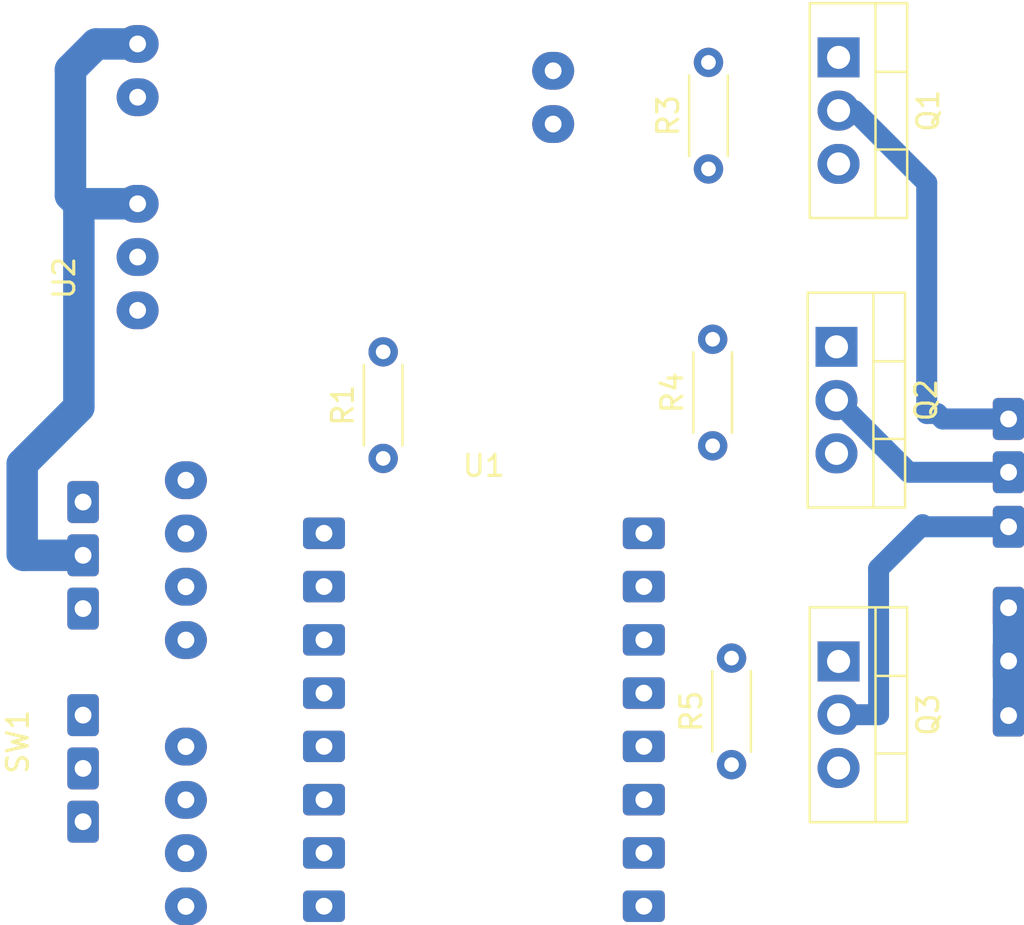
<source format=kicad_pcb>
(kicad_pcb (version 20241229) (generator "pcbnew") (generator_version "9.0")
  (layers (0 "F.Cu" signal) (2 "B.Cu" signal) (13 "F.Paste" user) (15 "B.Paste" user) (5 "F.SilkS" user "F.Silkscreen") (7 "B.SilkS" user "B.Silkscreen") (1 "F.Mask" user) (3 "B.Mask" user) (25 "Edge.Cuts" user))
  (net 0 "")
  (net 1 "Net-(J1-Pin_2)")
  (net 2 "RES")
  (net 3 "SCL")
  (net 4 "+3.3V")
  (net 5 "BL")
  (net 6 "CS")
  (net 7 "DC")
  (net 8 "SDA")
  (net 9 "NEXTKEY")
  (net 10 "Net-(Q1-B)")
  (net 11 "GNDREF")
  (net 12 "Net-(Q2-B)")
  (net 13 "Net-(Q3-B)")
  (net 14 "OUT3")
  (net 15 "Net-(U1-IO2)")
  (net 16 "LED1")
  (net 17 "LED2")
  (net 18 "LED3")
  (net 19 "SELECTKEY")
  (net 20 "PREVKEY")
  (net 21 "OUT2")
  (net 22 "OUT1")
  (footprint "Sensor:Aosong_DHT11_5.5x12.0_P2.54mm" (layer "F.Cu") (at 126.3 78.44 90)
    (property "Reference" "U2" (at -1 -3.5 90) (layer "F.SilkS"))
    (property "Value" "DHT11")
    (pad "5V" thru_hole oval (at 2.54 0 180) (size 2 1.8) (drill 0.8) (layers "*.Cu" "*.Mask"))
    (pad "5V" thru_hole oval (at 10.16 0 180) (size 2 1.8) (drill 0.8) (layers "*.Cu" "*.Mask"))
    (pad "DATA" thru_hole oval (at 0 0 180) (size 2 1.8) (drill 0.8) (layers "*.Cu" "*.Mask"))
    (pad "GDNREF" thru_hole oval (at 7.62 0 180) (size 2 1.8) (drill 0.8) (layers "*.Cu" "*.Mask") (net 11 "GNDREF"))
    (pad "GNDREF" thru_hole oval (at -2.54 0 180) (size 2 1.8) (drill 0.8) (layers "*.Cu" "*.Mask") (net 11 "GNDREF"))
  )
  (footprint "RF_Module:ESP32-C3-WROOM-02U" (layer "F.Cu") (at 142.8 96.69)
    (property "Reference" "U1" (at 0 -8.3 180) (layer "F.SilkS"))
    (property "Value" "ESP32-C3" (hide yes))
    (pad "3V3" thru_hole roundrect (at 7.62 0) (size 2 1.5) (drill 0.8) (layers "*.Cu" "*.Mask") (roundrect_rratio 0.15))
    (pad "5V" thru_hole roundrect (at 7.62 -5.08) (size 2 1.5) (drill 0.8) (layers "*.Cu" "*.Mask") (roundrect_rratio 0.15))
    (pad "GND" thru_hole roundrect (at 7.62 -2.54) (size 2 1.5) (drill 0.8) (layers "*.Cu" "*.Mask") (roundrect_rratio 0.15) (net 11 "GNDREF"))
    (pad "GPI00" thru_hole roundrect (at 7.62 12.7) (size 2 1.5) (drill 0.8) (layers "*.Cu" "*.Mask") (roundrect_rratio 0.15))
    (pad "GPI01" thru_hole roundrect (at 7.62 10.16) (size 2 1.5) (drill 0.8) (layers "*.Cu" "*.Mask") (roundrect_rratio 0.15) (net 16 "LED1"))
    (pad "GPI02" thru_hole roundrect (at 7.62 7.62) (size 2 1.5) (drill 0.8) (layers "*.Cu" "*.Mask") (roundrect_rratio 0.15))
    (pad "GPI03" thru_hole roundrect (at 7.62 5.08) (size 2 1.5) (drill 0.8) (layers "*.Cu" "*.Mask") (roundrect_rratio 0.15) (net 18 "LED3"))
    (pad "GPI04" thru_hole roundrect (at 7.62 2.54) (size 2 1.5) (drill 0.8) (layers "*.Cu" "*.Mask") (roundrect_rratio 0.15) (net 17 "LED2"))
    (pad "GPI05" thru_hole roundrect (at -7.62 -5.08) (size 2 1.5) (drill 0.8) (layers "*.Cu" "*.Mask") (roundrect_rratio 0.15))
    (pad "GPI06" thru_hole roundrect (at -7.62 -2.54) (size 2 1.5) (drill 0.8) (layers "*.Cu" "*.Mask") (roundrect_rratio 0.15) (net 19 "SELECTKEY"))
    (pad "GPI07" thru_hole roundrect (at -7.62 0) (size 2 1.5) (drill 0.8) (layers "*.Cu" "*.Mask") (roundrect_rratio 0.15))
    (pad "GPI08" thru_hole roundrect (at -7.62 2.54) (size 2 1.5) (drill 0.8) (layers "*.Cu" "*.Mask") (roundrect_rratio 0.15) (net 9 "NEXTKEY"))
    (pad "GPI09" thru_hole roundrect (at -7.62 5.08) (size 2 1.5) (drill 0.8) (layers "*.Cu" "*.Mask") (roundrect_rratio 0.15) (net 20 "PREVKEY"))
    (pad "GPI010" thru_hole roundrect (at -7.62 7.62) (size 2 1.5) (drill 0.8) (layers "*.Cu" "*.Mask") (roundrect_rratio 0.15))
    (pad "GPI020" thru_hole roundrect (at -7.62 10.16) (size 2 1.5) (drill 0.8) (layers "*.Cu" "*.Mask") (roundrect_rratio 0.15))
    (pad "GPI021" thru_hole roundrect (at -7.62 12.7) (size 2 1.5) (drill 0.8) (layers "*.Cu" "*.Mask") (roundrect_rratio 0.15))
  )
  (footprint "Resistor_THT:R_Axial_DIN0204_L3.6mm_D1.6mm_P5.08mm_Horizontal" (layer "F.Cu") (at 153.5 74.24 90)
    (property "Reference" "R3" (at 2.54 -1.92 90) (layer "F.SilkS"))
    (property "Value" "220")
    (fp_line (start 0.62 -0.92) (end 4.46 -0.92) (stroke (width 0.12)) (layer "F.SilkS"))
    (fp_line (start 0.62 0.92) (end 4.46 0.92) (stroke (width 0.12)) (layer "F.SilkS"))
    (pad "1" thru_hole circle (at 0 0 90) (size 1.4 1.4) (drill 0.7) (layers "*.Cu" "*.Mask") (net 16 "LED1"))
    (pad "2" thru_hole oval (at 5.08 0 90) (size 1.4 1.4) (drill 0.7) (layers "*.Cu" "*.Mask") (net 10 "Net-(Q1-B)"))
  )
  (footprint "Button_Switch_THT:SW_DIP_SPSTx02_Piano_10.8x6.64mm_W7.62mm_P2.54mm" (layer "F.Cu") (at 123.7 105.36 90)
    (property "Reference" "SW1" (at 3.81 -3.11 90) (layer "F.SilkS"))
    (property "Value" "~" (hide yes))
    (pad "GNDREF" thru_hole roundrect (at 10.16 0 90) (size 2 1.5) (drill 0.8) (layers "*.Cu" "*.Mask") (roundrect_rratio 0.15) (net 11 "GNDREF"))
    (pad "GNDREF" thru_hole roundrect (at 12.7 0 90) (size 2 1.5) (drill 0.8) (layers "*.Cu" "*.Mask") (roundrect_rratio 0.15))
    (pad "GNDREF" thru_hole roundrect (at 15.24 0 90) (size 2 1.5) (drill 0.8) (layers "*.Cu" "*.Mask") (roundrect_rratio 0.15) (net 11 "GNDREF"))
    (pad "SW1" thru_hole roundrect (at 0 0 90) (size 2 1.5) (drill 0.8) (layers "*.Cu" "*.Mask") (roundrect_rratio 0.15) (net 19 "SELECTKEY"))
    (pad "SW2" thru_hole roundrect (at 2.54 0 90) (size 2 1.5) (drill 0.8) (layers "*.Cu" "*.Mask") (roundrect_rratio 0.15) (net 20 "PREVKEY"))
    (pad "SW3" thru_hole roundrect (at 5.08 0 90) (size 2 1.5) (drill 0.8) (layers "*.Cu" "*.Mask") (roundrect_rratio 0.15) (net 9 "NEXTKEY"))
  )
  (footprint "" (layer "F.Cu") (at 167.8 97.7)
    (property "Reference" "" (at 0 0 0) (layer "F.SilkS") (effects (font (size 1.27 1.27))))
    (property "Value" "")
    (pad "LED2" thru_hole roundrect (at 0 0 90) (size 2 1.5) (drill 0.8) (layers "*.Cu" "*.Mask") (roundrect_rratio 0.15) (net 4 "+3.3V"))
  )
  (footprint "" (layer "F.Cu") (at 167.8 95.16)
    (property "Reference" "" (at 0 0 0) (layer "F.SilkS") (effects (font (size 1.27 1.27))))
    (property "Value" "")
    (pad "LED1" thru_hole roundrect (at 0 0 90) (size 2 1.5) (drill 0.8) (layers "*.Cu" "*.Mask") (roundrect_rratio 0.15) (net 4 "+3.3V"))
  )
  (footprint "Resistor_THT:R_Axial_DIN0204_L3.6mm_D1.6mm_P5.08mm_Horizontal" (layer "F.Cu") (at 154.6 102.64 90)
    (property "Reference" "R5" (at 2.54 -1.92 90) (layer "F.SilkS"))
    (property "Value" "220")
    (fp_line (start 0.62 -0.92) (end 4.46 -0.92) (stroke (width 0.12)) (layer "F.SilkS"))
    (fp_line (start 0.62 0.92) (end 4.46 0.92) (stroke (width 0.12)) (layer "F.SilkS"))
    (pad "1" thru_hole circle (at 0 0 90) (size 1.4 1.4) (drill 0.7) (layers "*.Cu" "*.Mask") (net 18 "LED3"))
    (pad "2" thru_hole oval (at 5.08 0 90) (size 1.4 1.4) (drill 0.7) (layers "*.Cu" "*.Mask") (net 13 "Net-(Q3-B)"))
  )
  (footprint "" (layer "F.Cu") (at 167.8 100.3)
    (property "Reference" "" (at 0 0 0) (layer "F.SilkS") (effects (font (size 1.27 1.27))))
    (property "Value" "")
    (pad "LED3" thru_hole roundrect (at 0 0 90) (size 2 1.5) (drill 0.8) (layers "*.Cu" "*.Mask") (roundrect_rratio 0.15) (net 4 "+3.3V"))
  )
  (footprint "Package_TO_SOT_THT:TO-220-3_Vertical" (layer "F.Cu") (at 159.7 97.72 -90)
    (property "Reference" "Q3" (at 2.54 -4.27 90) (layer "F.SilkS"))
    (property "Value" "TIP120")
    (fp_line (start -2.58 1.371) (end 7.66 1.371) (stroke (width 0.12)) (layer "F.SilkS"))
    (fp_line (start -2.58 -1.76) (end 7.66 -1.76) (stroke (width 0.12)) (layer "F.SilkS"))
    (fp_line (start -2.58 -3.27) (end -2.58 1.371) (stroke (width 0.12)) (layer "F.SilkS"))
    (fp_line (start -2.58 -3.27) (end 7.66 -3.27) (stroke (width 0.12)) (layer "F.SilkS"))
    (fp_line (start 0.69 -3.27) (end 0.69 -1.76) (stroke (width 0.12)) (layer "F.SilkS"))
    (fp_line (start 4.391 -3.27) (end 4.391 -1.76) (stroke (width 0.12)) (layer "F.SilkS"))
    (fp_line (start 7.66 -3.27) (end 7.66 1.371) (stroke (width 0.12)) (layer "F.SilkS"))
    (pad "1" thru_hole rect (at 0 0 270) (size 1.905 2) (drill 1.1) (layers "*.Cu" "*.Mask") (net 13 "Net-(Q3-B)"))
    (pad "2" thru_hole oval (at 2.54 0 270) (size 1.905 2) (drill 1.1) (layers "*.Cu" "*.Mask") (net 14 "OUT3"))
    (pad "3" thru_hole oval (at 5.08 0 270) (size 1.905 2) (drill 1.1) (layers "*.Cu" "*.Mask") (net 11 "GNDREF"))
  )
  (footprint "Package_TO_SOT_THT:TO-220-3_Vertical" (layer "F.Cu") (at 159.6 82.72 -90)
    (property "Reference" "Q2" (at 2.54 -4.27 90) (layer "F.SilkS"))
    (property "Value" "TIP120")
    (fp_line (start -2.58 1.371) (end 7.66 1.371) (stroke (width 0.12)) (layer "F.SilkS"))
    (fp_line (start -2.58 -1.76) (end 7.66 -1.76) (stroke (width 0.12)) (layer "F.SilkS"))
    (fp_line (start -2.58 -3.27) (end -2.58 1.371) (stroke (width 0.12)) (layer "F.SilkS"))
    (fp_line (start -2.58 -3.27) (end 7.66 -3.27) (stroke (width 0.12)) (layer "F.SilkS"))
    (fp_line (start 0.69 -3.27) (end 0.69 -1.76) (stroke (width 0.12)) (layer "F.SilkS"))
    (fp_line (start 4.391 -3.27) (end 4.391 -1.76) (stroke (width 0.12)) (layer "F.SilkS"))
    (fp_line (start 7.66 -3.27) (end 7.66 1.371) (stroke (width 0.12)) (layer "F.SilkS"))
    (pad "1" thru_hole rect (at 0 0 270) (size 1.905 2) (drill 1.1) (layers "*.Cu" "*.Mask") (net 12 "Net-(Q2-B)"))
    (pad "2" thru_hole oval (at 2.54 0 270) (size 1.905 2) (drill 1.1) (layers "*.Cu" "*.Mask") (net 21 "OUT2"))
    (pad "3" thru_hole oval (at 5.08 0 270) (size 1.905 2) (drill 1.1) (layers "*.Cu" "*.Mask") (net 11 "GNDREF"))
  )
  (footprint "Resistor_THT:R_Axial_DIN0204_L3.6mm_D1.6mm_P5.08mm_Horizontal" (layer "F.Cu") (at 153.7 87.44 90)
    (property "Reference" "R4" (at 2.54 -1.92 90) (layer "F.SilkS"))
    (property "Value" "220")
    (fp_line (start 0.62 -0.92) (end 4.46 -0.92) (stroke (width 0.12)) (layer "F.SilkS"))
    (fp_line (start 0.62 0.92) (end 4.46 0.92) (stroke (width 0.12)) (layer "F.SilkS"))
    (pad "1" thru_hole circle (at 0 0 90) (size 1.4 1.4) (drill 0.7) (layers "*.Cu" "*.Mask") (net 17 "LED2"))
    (pad "2" thru_hole oval (at 5.08 0 90) (size 1.4 1.4) (drill 0.7) (layers "*.Cu" "*.Mask") (net 12 "Net-(Q2-B)"))
  )
  (footprint "" (layer "F.Cu") (at 167.8 91.3)
    (property "Reference" "" (at 0 0 0) (layer "F.SilkS") (effects (font (size 1.27 1.27))))
    (property "Value" "")
    (pad "LED3" thru_hole roundrect (at 0 0 90) (size 2 1.5) (drill 0.8) (layers "*.Cu" "*.Mask") (roundrect_rratio 0.15) (net 14 "OUT3"))
  )
  (footprint "" (layer "F.Cu") (at 146.1 72.1 180)
    (property "Reference" "" (at 0 0 0) (layer "F.SilkS") (effects (font (size 1.27 1.27))))
    (property "Value" "")
    (pad "PHOTO" thru_hole oval (at 0 0) (size 2 1.8) (drill 0.8) (layers "*.Cu" "*.Mask") (net 1 "Net-(J1-Pin_2)"))
  )
  (footprint "Sensor:Aosong_DHT11_5.5x12.0_P2.54mm" (layer "F.Cu") (at 128.6 101.78 90)
    (property "Reference" "REF**" (hide yes))
    (property "Value" "Aosong_DHT11_5.5x12.0_P2.54mm" (hide yes))
    (pad "1" thru_hole oval (at -7.62 0 180) (size 2 1.8) (drill 0.8) (layers "*.Cu" "*.Mask") (net 5 "BL"))
    (pad "2" thru_hole oval (at -5.08 0 180) (size 2 1.8) (drill 0.8) (layers "*.Cu" "*.Mask") (net 5 "BL"))
    (pad "3" thru_hole oval (at -2.54 0 180) (size 2 1.8) (drill 0.8) (layers "*.Cu" "*.Mask") (net 6 "CS"))
    (pad "4" thru_hole oval (at 0 0 180) (size 2 1.8) (drill 0.8) (layers "*.Cu" "*.Mask") (net 7 "DC"))
    (pad "5" thru_hole oval (at 5.08 0 180) (size 2 1.8) (drill 0.8) (layers "*.Cu" "*.Mask") (net 2 "RES"))
    (pad "6" thru_hole oval (at 7.62 0 180) (size 2 1.8) (drill 0.8) (layers "*.Cu" "*.Mask") (net 8 "SDA"))
    (pad "7" thru_hole oval (at 10.16 0 180) (size 2 1.8) (drill 0.8) (layers "*.Cu" "*.Mask") (net 3 "SCL"))
    (pad "8" thru_hole oval (at 12.7 0 180) (size 2 1.8) (drill 0.8) (layers "*.Cu" "*.Mask") (net 4 "+3.3V"))
  )
  (footprint "" (layer "F.Cu") (at 146.1 69.56 180)
    (property "Reference" "" (at 0 0 0) (layer "F.SilkS") (effects (font (size 1.27 1.27))))
    (property "Value" "")
    (pad "GND" thru_hole oval (at 0 0) (size 2 1.8) (drill 0.8) (layers "*.Cu" "*.Mask") (net 5 "BL"))
  )
  (footprint "Package_TO_SOT_THT:TO-220-3_Vertical" (layer "F.Cu") (at 159.7 68.92 -90)
    (property "Reference" "Q1" (at 2.54 -4.27 90) (layer "F.SilkS"))
    (property "Value" "TIP120")
    (fp_line (start -2.58 1.371) (end 7.66 1.371) (stroke (width 0.12)) (layer "F.SilkS"))
    (fp_line (start -2.58 -1.76) (end 7.66 -1.76) (stroke (width 0.12)) (layer "F.SilkS"))
    (fp_line (start -2.58 -3.27) (end -2.58 1.371) (stroke (width 0.12)) (layer "F.SilkS"))
    (fp_line (start -2.58 -3.27) (end 7.66 -3.27) (stroke (width 0.12)) (layer "F.SilkS"))
    (fp_line (start 0.69 -3.27) (end 0.69 -1.76) (stroke (width 0.12)) (layer "F.SilkS"))
    (fp_line (start 4.391 -3.27) (end 4.391 -1.76) (stroke (width 0.12)) (layer "F.SilkS"))
    (fp_line (start 7.66 -3.27) (end 7.66 1.371) (stroke (width 0.12)) (layer "F.SilkS"))
    (pad "1" thru_hole rect (at 0 0 270) (size 1.905 2) (drill 1.1) (layers "*.Cu" "*.Mask") (net 10 "Net-(Q1-B)"))
    (pad "2" thru_hole oval (at 2.54 0 270) (size 1.905 2) (drill 1.1) (layers "*.Cu" "*.Mask") (net 22 "OUT1"))
    (pad "3" thru_hole oval (at 5.08 0 270) (size 1.905 2) (drill 1.1) (layers "*.Cu" "*.Mask") (net 11 "GNDREF"))
  )
  (footprint "Resistor_THT:R_Axial_DIN0204_L3.6mm_D1.6mm_P5.08mm_Horizontal" (layer "F.Cu") (at 138 88.04 90)
    (property "Reference" "R1" (at 2.54 -1.92 90) (layer "F.SilkS"))
    (property "Value" "10k")
    (fp_line (start 0.62 -0.92) (end 4.46 -0.92) (stroke (width 0.12)) (layer "F.SilkS"))
    (fp_line (start 0.62 0.92) (end 4.46 0.92) (stroke (width 0.12)) (layer "F.SilkS"))
    (pad "1" thru_hole circle (at 0 0 90) (size 1.4 1.4) (drill 0.7) (layers "*.Cu" "*.Mask") (net 4 "+3.3V"))
    (pad "2" thru_hole oval (at 5.08 0 90) (size 1.4 1.4) (drill 0.7) (layers "*.Cu" "*.Mask") (net 15 "Net-(U1-IO2)"))
  )
  (footprint "" (layer "F.Cu") (at 167.8 88.7)
    (property "Reference" "" (at 0 0 0) (layer "F.SilkS") (effects (font (size 1.27 1.27))))
    (property "Value" "")
    (pad "LED2" thru_hole roundrect (at 0 0 90) (size 2 1.5) (drill 0.8) (layers "*.Cu" "*.Mask") (roundrect_rratio 0.15) (net 21 "OUT2"))
  )
  (footprint "" (layer "F.Cu") (at 167.8 86.16)
    (property "Reference" "" (at 0 0 0) (layer "F.SilkS") (effects (font (size 1.27 1.27))))
    (property "Value" "")
    (pad "LED1" thru_hole roundrect (at 0 0 90) (size 2 1.5) (drill 0.8) (layers "*.Cu" "*.Mask") (roundrect_rratio 0.15) (net 22 "OUT1"))
  )
  (segment (start 126.3 68.28) (end 124.32 68.28) (width 1.5) (layer "B.Cu") (net 0))
  (segment (start 120.8 88.3) (end 120.8 92.6) (width 1.5) (layer "B.Cu") (net 0))
  (segment (start 123.1 75.5) (end 123.5 75.9) (width 1.5) (layer "B.Cu") (net 0))
  (segment (start 124.32 68.28) (end 123.1 69.5) (width 1.5) (layer "B.Cu") (net 0))
  (segment (start 123.1 69.5) (end 123.1 75.5) (width 1.5) (layer "B.Cu") (net 0))
  (segment (start 123.5 85.6) (end 120.8 88.3) (width 1.5) (layer "B.Cu") (net 0))
  (segment (start 120.8 92.6) (end 120.86 92.66) (width 1.5) (layer "B.Cu") (net 0))
  (segment (start 120.86 92.66) (end 123.7 92.66) (width 1.5) (layer "B.Cu") (net 0))
  (segment (start 123.5 75.9) (end 123.5 85.6) (width 1.5) (layer "B.Cu") (net 0))
  (segment (start 123.5 75.9) (end 126.3 75.9) (width 1.5) (layer "B.Cu") (net 0))
  (segment (start 167.8 100.3) (end 167.8 97.7) (width 1.5) (layer "B.Cu") (net 4))
  (segment (start 167.8 95.16) (end 167.8 97.7) (width 1.5) (layer "B.Cu") (net 4))
  (segment (start 159.7 100.26) (end 161.605 100.26) (width 1) (layer "B.Cu") (net 14))
  (segment (start 163.7 91.2) (end 163.8 91.3) (width 1) (layer "B.Cu") (net 14))
  (segment (start 161.605 93.295) (end 163.7 91.2) (width 1) (layer "B.Cu") (net 14))
  (segment (start 161.605 100.26) (end 161.605 93.295) (width 1) (layer "B.Cu") (net 14))
  (segment (start 163.8 91.3) (end 167.8 91.3) (width 1) (layer "B.Cu") (net 14))
  (segment (start 159.6 85.26) (end 163.04 88.7) (width 1) (layer "B.Cu") (net 21))
  (segment (start 163.04 88.7) (end 167.8 88.7) (width 1) (layer "B.Cu") (net 21))
  (segment (start 160.46 71.46) (end 163.9 74.9) (width 1) (layer "B.Cu") (net 22))
  (segment (start 164.4 85.9) (end 164.66 86.16) (width 1) (layer "B.Cu") (net 22))
  (segment (start 163.9 85.9) (end 164.4 85.9) (width 1) (layer "B.Cu") (net 22))
  (segment (start 164.66 86.16) (end 167.8 86.16) (width 1) (layer "B.Cu") (net 22))
  (segment (start 163.9 74.9) (end 163.9 85.9) (width 1) (layer "B.Cu") (net 22))
  (segment (start 159.7 71.46) (end 160.46 71.46) (width 1) (layer "B.Cu") (net 22))
)
</source>
